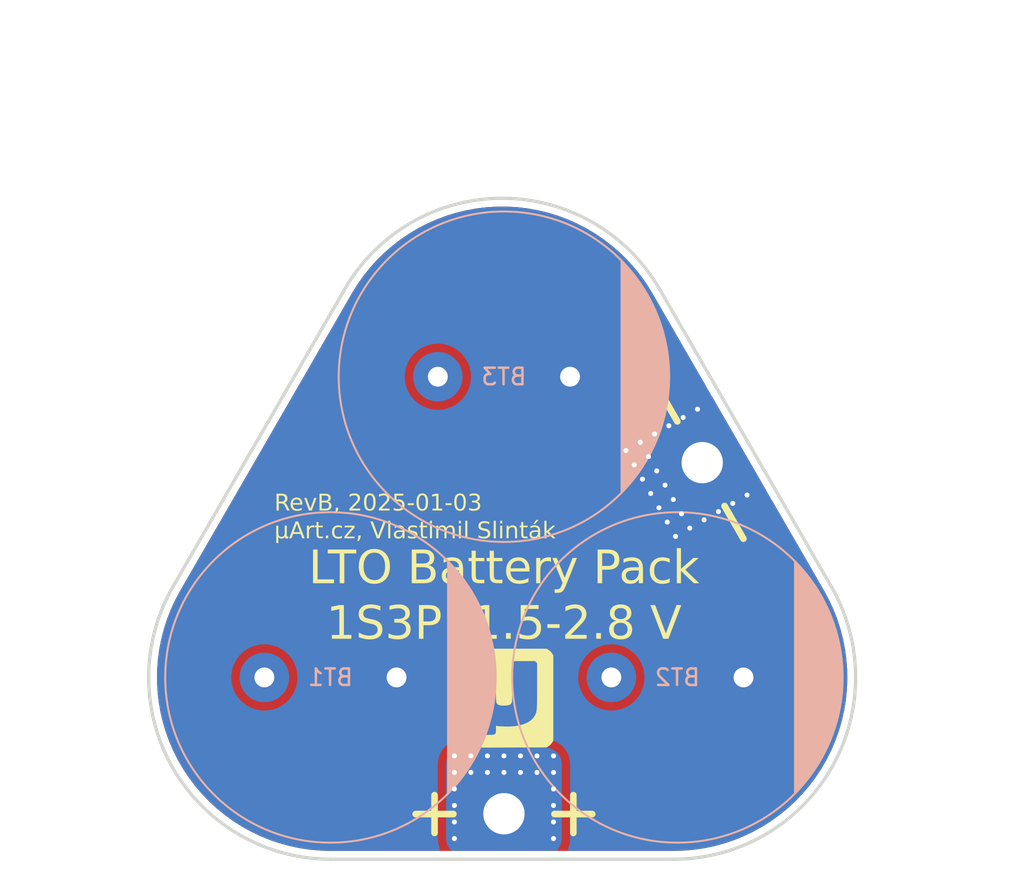
<source format=kicad_pcb>
(kicad_pcb (version 20240108) (generator "pcbnew") (generator_version "8.0")
  (title_block (title "LTO Battery Pack") (date "2025-01-03") (rev "B") (company "μArt.cz") (comment 1 "Vlastimil Slinták"))
  (layers (0 "F.Cu" signal) (31 "B.Cu" signal) (34 "B.Paste" user) (35 "F.Paste" user) (36 "B.SilkS" user "B.Silkscreen") (37 "F.SilkS" user "F.Silkscreen") (38 "B.Mask" user) (39 "F.Mask" user) (44 "Edge.Cuts" user))
  (net 0 "")
  (net 1 "VCC")
  (net 2 "GND")
  (footprint "LOGO" (layer "F.Cu") (at 151.6 110.45)
    (property "Reference" "G***" (hide yes))
    (property "Value" "LOGO" (hide yes))
    (fp_poly (pts (xy 2.709129 -2.910539) (xy 2.829495 -2.812108) (xy 2.910539 -2.70913) (xy 2.987487 -2.584669) (xy 2.987487 0) (xy 2.987487 2.584668) (xy 2.910539 2.709129) (xy 2.812143 2.82946) (xy 2.709138 2.910539) (xy 2.584685 2.987487) (xy 0.026777 2.994199) (xy -2.531132 3.000911) (xy -2.666293 2.933557) (xy -2.802318 2.840218) (xy -2.909105 2.715082) (xy -2.976102 2.57052) (xy -2.976189 2.570221) (xy -2.981196 2.527243) (xy -2.985503 2.435179) (xy -2.989112 2.293832) (xy -2.992023 2.103005) (xy -2.994239 1.8625) (xy -2.99576 1.572121) (xy -2.996589 1.231669) (xy -2.996726 0.840948) (xy -2.996172 0.39976) (xy -2.995049 -0.052854) (xy -2.98884 -2.132045) (xy -2.008609 -2.132045) (xy -2.008609 0) (xy -2.008609 2.132045) (xy -1.940099 2.185935) (xy -1.917263 2.20243) (xy -1.891646 2.215065) (xy -1.856781 2.224261) (xy -1.806202 2.230436) (xy -1.73344 2.23401) (xy -1.63203 2.235403) (xy -1.495504 2.235035) (xy -1.317395 2.233324) (xy -1.225904 2.232275) (xy -1.02834 2.229868) (xy -0.875357 2.227432) (xy -0.760692 2.224356) (xy -0.678077 2.220031) (xy -0.621247 2.213847) (xy -0.583937 2.205193) (xy -0.559882 2.193461) (xy -0.542815 2.178041) (xy -0.531651 2.1647) (xy -0.506504 2.123378) (xy -0.491548 2.067444) (xy -0.484519 1.984022) (xy -0.483083 1.888413) (xy -0.483083 1.67215) (xy -0.413163 1.687909) (xy -0.361606 1.695105) (xy -0.271517 1.703332) (xy -0.155177 1.711619) (xy -0.024868 1.718994) (xy -0.012713 1.719588) (xy 0.342342 1.72288) (xy 0.669508 1.69792) (xy 0.966086 1.645637) (xy 1.229377 1.566963) (xy 1.456681 1.462829) (xy 1.645299 1.334164) (xy 1.792532 1.1819) (xy 1.863721 1.072633) (xy 1.893491 1.016139) (xy 1.91886 0.961618) (xy 1.940179 0.904635) (xy 1.957802 0.840753) (xy 1.97208 0.765537) (xy 1.983367 0.674552) (xy 1.992015 0.563362) (xy 1.998377 0.427532) (xy 2.002806 0.262627) (xy 2.005654 0.06421) (xy 2.007274 -0.172154) (xy 2.008018 -0.4509) (xy 2.008232 -0.74485) (xy 2.008608 -2.112622) (xy 1.9462 -2.17503) (xy 1.883793 -2.237438) (xy 1.258558 -2.237438) (xy 0.633324 -2.237438) (xy 0.570916 -2.17503) (xy 0.508508 -2.112622) (xy 0.507073 -0.973679) (xy 0.506205 -0.668702) (xy 0.504387 -0.411964) (xy 0.501552 -0.200858) (xy 0.497632 -0.032781) (xy 0.49256 0.094873) (xy 0.486267 0.184709) (xy 0.478688 0.239332) (xy 0.475291 0.251873) (xy 0.436713 0.332128) (xy 0.380867 0.388345) (xy 0.299145 0.42465) (xy 0.182939 0.445169) (xy 0.055417 0.453125) (xy -0.112859 0.453352) (xy -0.239175 0.43977) (xy -0.331095 0.410104) (xy -0.396184 0.362083) (xy -0.435868 0.305501) (xy -0.447029 0.281834) (xy -0.456285 0.25339) (xy -0.463815 0.215492) (xy -0.469794 0.163461) (xy -0.474399 0.092622) (xy -0.477807 -0.001705) (xy -0.480195 -0.124197) (xy -0.48174 -0.27953) (xy -0.482618 -0.472384) (xy -0.483006 -0.707435) (xy -0.483083 -0.943884) (xy -0.483171 -1.217575) (xy -0.483554 -1.444986) (xy -0.484415 -1.630685) (xy -0.485935 -1.779242) (xy -0.488297 -1.895228) (xy -0.491682 -1.983211) (xy -0.496272 -2.047762) (xy -0.502248 -2.09345) (xy -0.509793 -2.124845) (xy -0.519089 -2.146516) (xy -0.530316 -2.163034) (xy -0.531651 -2.164701) (xy -0.547555 -2.183072) (xy -0.566054 -2.197326) (xy -0.593414 -2.208075) (xy -0.6359 -2.215926) (xy -0.699778 -2.221491) (xy -0.791314 -2.225379) (xy -0.916773 -2.2282) (xy -1.082421 -2.230563) (xy -1.225904 -2.232275) (xy -1.423991 -2.234436) (xy -1.577699 -2.235436) (xy -1.693496 -2.234856) (xy -1.777849 -2.232276) (xy -1.837224 -2.227277) (xy -1.878088 -2.219438) (xy -1.906909 -2.208342) (xy -1.930154 -2.193567) (xy -1.940099 -2.185935) (xy -2.008609 -2.132045) (xy -2.98884 -2.132045) (xy -2.987488 -2.584686) (xy -2.910539 -2.709139) (xy -2.812142 -2.829462) (xy -2.70913 -2.910539) (xy -2.584669 -2.987488) (xy 0 -2.987488) (xy 2.584668 -2.987488)) (fill solid) (layer "F.SilkS"))
  )
  (footprint "Connector_Wire:SolderWire-2sqmm_1x01_D2mm_OD3.9mm" (layer "F.Cu") (at 163.6 96.2 30)
    (property "Reference" "J2" (hide yes))
    (property "Value" "GND")
    (pad "1" thru_hole roundrect (at 0 0 30) (size 3.9 3.9) (drill 2.5) (layers "*.Cu" "*.Mask") (roundrect_rratio 0.064103) (net 2 "GND"))
  )
  (footprint "Connector_Wire:SolderWire-2sqmm_1x01_D2mm_OD3.9mm" (layer "F.Cu") (at 151.6 117.45)
    (property "Reference" "J1" (hide yes))
    (property "Value" "BATT")
    (pad "1" thru_hole roundrect (at 0 0) (size 3.9 3.9) (drill 2.5) (layers "*.Cu" "*.Mask") (roundrect_rratio 0.064103) (net 1 "VCC"))
  )
  (footprint "Parts:LTO_Battery_D19mm" (layer "B.Cu") (at 141.1 109.2 180)
    (property "Reference" "BT1" (at 0 0 0) (layer "B.SilkS") (effects (justify mirror)))
    (property "Value" "1S LTO")
    (fp_circle (center 0 0) (end 10 0) (stroke (width 0.12)) (fill none) (layer "B.SilkS"))
    (fp_poly (pts (arc (start -7.058682 7.058682) (mid -9.982484 0) (end -7.058682 -7.058682))) (fill solid) (layer "B.SilkS"))
    (pad "1" thru_hole circle (at 4 0 180) (size 3 3) (drill 1.2) (layers "*.Cu" "*.Mask") (net 1 "VCC"))
    (pad "2" thru_hole circle (at -4 0 180) (size 3 3) (drill 1.2) (layers "*.Cu" "*.Mask") (net 2 "GND"))
  )
  (footprint "Parts:LTO_Battery_D19mm" (layer "B.Cu") (at 162.1 109.2 180)
    (property "Reference" "BT2" (at 0 0 0) (layer "B.SilkS") (effects (justify mirror)))
    (property "Value" "1S LTO")
    (fp_circle (center 0 0) (end 10 0) (stroke (width 0.12)) (fill none) (layer "B.SilkS"))
    (fp_poly (pts (arc (start -7.058682 7.058682) (mid -9.982484 0) (end -7.058682 -7.058682))) (fill solid) (layer "B.SilkS"))
    (pad "1" thru_hole circle (at 4 0 180) (size 3 3) (drill 1.2) (layers "*.Cu" "*.Mask") (net 1 "VCC"))
    (pad "2" thru_hole circle (at -4 0 180) (size 3 3) (drill 1.2) (layers "*.Cu" "*.Mask") (net 2 "GND"))
  )
  (footprint "Parts:LTO_Battery_D19mm" (layer "B.Cu") (at 151.6 91 180)
    (property "Reference" "BT3" (at 0 0 0) (layer "B.SilkS") (effects (justify mirror)))
    (property "Value" "1S LTO")
    (fp_circle (center 0 0) (end 10 0) (stroke (width 0.12)) (fill none) (layer "B.SilkS"))
    (fp_poly (pts (arc (start -7.058682 7.058682) (mid -9.982484 0) (end -7.058682 -7.058682))) (fill solid) (layer "B.SilkS"))
    (pad "1" thru_hole circle (at 4 0 180) (size 3 3) (drill 1.2) (layers "*.Cu" "*.Mask") (net 1 "VCC"))
    (pad "2" thru_hole circle (at -4 0 180) (size 3 3) (drill 1.2) (layers "*.Cu" "*.Mask") (net 2 "GND"))
  )
  (gr_line (start 141.1 120.2) (end 161.884605 120.2) (stroke (width 0.2)) (layer "Edge.Cuts"))
  (gr_line (start 141.966026 85.699999) (end 131.573721 103.7) (stroke (width 0.2)) (layer "Edge.Cuts"))
  (gr_arc (start 171.410888 103.699998) (mid 171.410887 114.700003) (end 161.884605 120.2) (stroke (width 0.2)) (layer "Edge.Cuts"))
  (gr_arc (start 141.1 120.2) (mid 131.573721 114.7) (end 131.573721 103.7) (stroke (width 0.2)) (layer "Edge.Cuts"))
  (gr_line (start 171.410888 103.699998) (end 161.018583 85.699999) (stroke (width 0.2)) (layer "Edge.Cuts"))
  (gr_arc (start 141.966026 85.699999) (mid 151.492305 80.199998) (end 161.018583 85.699999) (stroke (width 0.2)) (layer "Edge.Cuts"))
  (gr_text "Rev${REVISION}, ${ISSUE_DATE}\n${COMPANY}, ${COMMENT1}" (at 137.7 100.95 0) (layer "F.SilkS") (effects (font (size 1 1) (thickness 0.1)) (justify left bottom)))
  (gr_text "+" (at 155.8 119 0) (layer "F.SilkS") (effects (font (size 3 3) (thickness 0.4)) (justify bottom)))
  (gr_text "+" (at 147.4 119 0) (layer "F.SilkS") (effects (font (size 3 3) (thickness 0.4)) (justify bottom)))
  (gr_text "${TITLE}\n1S3P  1.5-2.8 V" (at 151.6 107.2 0) (layer "F.SilkS") (effects (font (size 2 2) (thickness 0.3)) (justify bottom)))
  (gr_text "-" (at 166.85 99.05 120) (layer "F.SilkS") (effects (font (size 3 3) (thickness 0.4)) (justify bottom)))
  (gr_text "-" (at 162.85 91.95 120) (layer "F.SilkS") (effects (font (size 3 3) (thickness 0.4)) (justify bottom)))
  (via (at 150.6 113.95) (size 0.6) (drill 0.3) (layers "F.Cu" "B.Cu") (net 1))
  (via (at 153.6 114.95) (size 0.6) (drill 0.3) (layers "F.Cu" "B.Cu") (net 1))
  (via (at 148.6 117.95) (size 0.6) (drill 0.3) (layers "F.Cu" "B.Cu") (net 1))
  (via (at 154.6 114.95) (size 0.6) (drill 0.3) (layers "F.Cu" "B.Cu") (net 1))
  (via (at 150.6 114.95) (size 0.6) (drill 0.3) (layers "F.Cu" "B.Cu") (net 1))
  (via (at 149.6 114.95) (size 0.6) (drill 0.3) (layers "F.Cu" "B.Cu") (net 1))
  (via (at 151.6 113.95) (size 0.6) (drill 0.3) (layers "F.Cu" "B.Cu") (net 1))
  (via (at 148.6 115.95) (size 0.6) (drill 0.3) (layers "F.Cu" "B.Cu") (net 1))
  (via (at 148.6 116.95) (size 0.6) (drill 0.3) (layers "F.Cu" "B.Cu") (net 1))
  (via (at 152.6 114.95) (size 0.6) (drill 0.3) (layers "F.Cu" "B.Cu") (net 1))
  (via (at 148.6 118.95) (size 0.6) (drill 0.3) (layers "F.Cu" "B.Cu") (net 1))
  (via (at 152.6 113.95) (size 0.6) (drill 0.3) (layers "F.Cu" "B.Cu") (net 1))
  (via (at 153.6 113.95) (size 0.6) (drill 0.3) (layers "F.Cu" "B.Cu") (net 1))
  (via (at 154.6 118.95) (size 0.6) (drill 0.3) (layers "F.Cu" "B.Cu") (net 1))
  (via (at 154.6 116.95) (size 0.6) (drill 0.3) (layers "F.Cu" "B.Cu") (net 1))
  (via (at 148.6 114.95) (size 0.6) (drill 0.3) (layers "F.Cu" "B.Cu") (net 1))
  (via (at 149.6 113.95) (size 0.6) (drill 0.3) (layers "F.Cu" "B.Cu") (net 1))
  (via (at 154.6 117.95) (size 0.6) (drill 0.3) (layers "F.Cu" "B.Cu") (net 1))
  (via (at 154.6 115.95) (size 0.6) (drill 0.3) (layers "F.Cu" "B.Cu") (net 1))
  (via (at 148.6 113.95) (size 0.6) (drill 0.3) (layers "F.Cu" "B.Cu") (net 1))
  (via (at 154.6 113.95) (size 0.6) (drill 0.3) (layers "F.Cu" "B.Cu") (net 1))
  (via (at 151.6 114.95) (size 0.6) (drill 0.3) (layers "F.Cu" "B.Cu") (net 1))
  (via (at 159.85 94.967949) (size 0.6) (drill 0.3) (layers "F.Cu" "B.Cu") (net 2))
  (via (at 159.483975 96.333975) (size 0.6) (drill 0.3) (layers "F.Cu" "B.Cu") (net 2))
  (via (at 162.35 99.298076) (size 0.6) (drill 0.3) (layers "F.Cu" "B.Cu") (net 2))
  (via (at 163.716025 99.664102) (size 0.6) (drill 0.3) (layers "F.Cu" "B.Cu") (net 2))
  (via (at 160.483975 98.066025) (size 0.6) (drill 0.3) (layers "F.Cu" "B.Cu") (net 2))
  (via (at 160.85 96.7) (size 0.6) (drill 0.3) (layers "F.Cu" "B.Cu") (net 2))
  (via (at 165.448076 98.664102) (size 0.6) (drill 0.3) (layers "F.Cu" "B.Cu") (net 2))
  (via (at 161.483975 99.798076) (size 0.6) (drill 0.3) (layers "F.Cu" "B.Cu") (net 2))
  (via (at 159.983975 97.2) (size 0.6) (drill 0.3) (layers "F.Cu" "B.Cu") (net 2))
  (via (at 162.448076 93.467949) (size 0.6) (drill 0.3) (layers "F.Cu" "B.Cu") (net 2))
  (via (at 166.314102 98.164102) (size 0.6) (drill 0.3) (layers "F.Cu" "B.Cu") (net 2))
  (via (at 161.582051 93.967949) (size 0.6) (drill 0.3) (layers "F.Cu" "B.Cu") (net 2))
  (via (at 158.983975 95.467949) (size 0.6) (drill 0.3) (layers "F.Cu" "B.Cu") (net 2))
  (via (at 160.35 95.833975) (size 0.6) (drill 0.3) (layers "F.Cu" "B.Cu") (net 2))
  (via (at 160.716025 94.467949) (size 0.6) (drill 0.3) (layers "F.Cu" "B.Cu") (net 2))
  (via (at 162.85 100.164102) (size 0.6) (drill 0.3) (layers "F.Cu" "B.Cu") (net 2))
  (via (at 161.983975 100.664102) (size 0.6) (drill 0.3) (layers "F.Cu" "B.Cu") (net 2))
  (via (at 161.35 97.566025) (size 0.6) (drill 0.3) (layers "F.Cu" "B.Cu") (net 2))
  (via (at 163.314102 92.967949) (size 0.6) (drill 0.3) (layers "F.Cu" "B.Cu") (net 2))
  (via (at 161.85 98.432051) (size 0.6) (drill 0.3) (layers "F.Cu" "B.Cu") (net 2))
  (via (at 164.582051 99.164102) (size 0.6) (drill 0.3) (layers "F.Cu" "B.Cu") (net 2))
  (via (at 160.983975 98.932051) (size 0.6) (drill 0.3) (layers "F.Cu" "B.Cu") (net 2))
  (zone (net 1) (net_name "VCC") (layer "F.Cu") (connect_pads yes (clearance 0.5)) (min_thickness 0.25) (fill yes (thermal_gap 0.5) (thermal_bridge_width 1))
    (polygon (pts (xy 121.1 122.2) (xy 152.1 68.2) (xy 183.1 122.2)))
  )
  (zone (net 2) (net_name "GND") (layer "F.Cu") (priority 2) (connect_pads yes (clearance 0.5)) (min_thickness 0.25) (fill yes (thermal_gap 0.5) (thermal_bridge_width 1) (smoothing fillet) (radius 1))
    (polygon (pts (xy 161.800962 101.347114) (xy 158.300962 95.284936) (xy 164.430127 91.784936) (xy 167.930127 97.847114)))
  )
  (zone (net 2) (net_name "GND") (layer "B.Cu") (priority 1) (connect_pads yes (clearance 0.5)) (min_thickness 0.25) (fill yes (thermal_gap 0.5) (thermal_bridge_width 1))
    (polygon (pts (xy 121.1 122.2) (xy 183.1 122.2) (xy 152.1 68.2)))
  )
  (zone (net 1) (net_name "VCC") (layer "B.Cu") (priority 2) (connect_pads yes (clearance 0.5)) (min_thickness 0.25) (fill yes (thermal_gap 0.5) (thermal_bridge_width 1) (smoothing fillet) (radius 1))
    (polygon (pts (xy 148.1 113.45) (xy 155.1 113.45) (xy 155.1 119.95) (xy 148.1 119.95)))
  )
)
</source>
